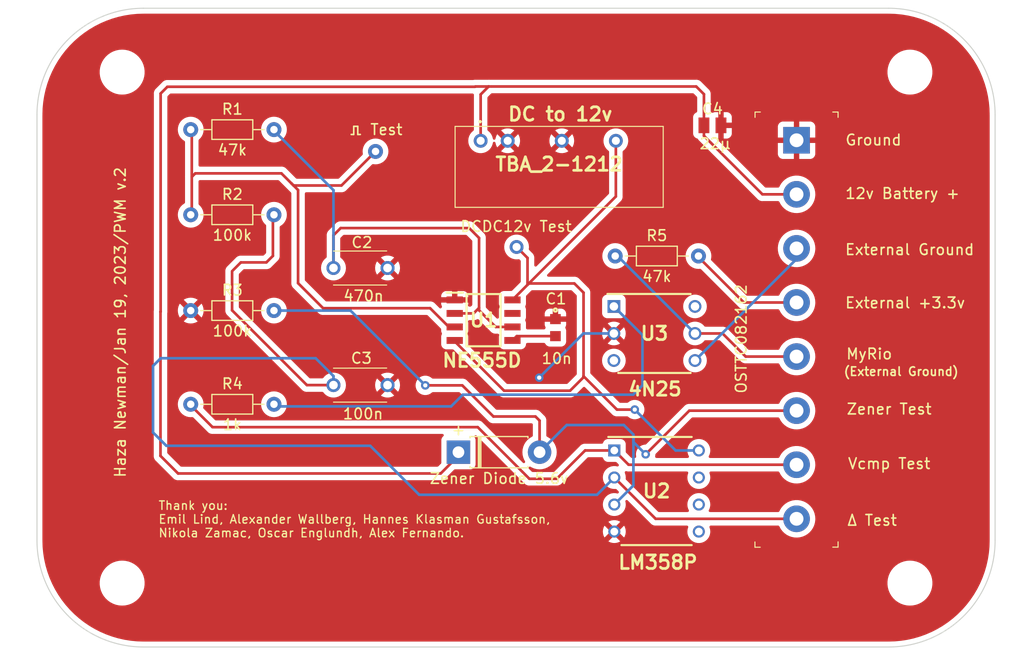
<source format=kicad_pcb>
(kicad_pcb (version 20211014) (generator pcbnew)
  (title_block (date "2023-01-19") (rev "v.2") (comment 4 "Author: Haza Newman"))
  (layers (0 "F.Cu" signal) (31 "B.Cu" signal) (34 "B.Paste" user) (35 "F.Paste" user) (36 "B.SilkS" user "B.Silkscreen") (37 "F.SilkS" user "F.Silkscreen") (38 "B.Mask" user) (39 "F.Mask" user) (44 "Edge.Cuts" user))
  (net 0 "")
  (net 1 "GND")
  (net 2 "Net-(C1-Pad2)")
  (net 3 "Net-(C2-Pad1)")
  (net 4 "VDDF")
  (net 5 "VCC")
  (net 6 "VAA")
  (net 7 "GND2")
  (net 8 "+3.3V")
  (net 9 "VBUS")
  (net 10 "VD")
  (net 11 "Net-(R1-Pad1)")
  (net 12 "Net-(R4-Pad2)")
  (net 13 "VCCQ")
  (footprint "MountingHole:MountingHole_3.2mm_M3" (layer "F.Cu") (at 98 114)
    (fp_text reference "H2" hide)
    (fp_text value "MountingHole" hide)
    (pad "" np_thru_hole circle (at 0 0) (size 3.2 3.2) (drill 3.2) (layers *.Cu *.Mask))
  )
  (footprint "MountingHole:MountingHole_3.2mm_M3" (layer "F.Cu") (at 172 114)
    (fp_text reference "H3" hide)
    (fp_text value "MountingHole" hide)
    (pad "" np_thru_hole circle (at 0 0) (size 3.2 3.2) (drill 3.2) (layers *.Cu *.Mask))
  )
  (footprint "MyResistorPRETTY:R_Axial_DIN0204_L3.6mm_D1.6mm_P7.62mm_Horizontal_But_LONGER_MINE" (layer "F.Cu") (at 104.54 79.4)
    (fp_text reference "R2" (at 3.81 -1.92) (layer "F.SilkS"))
    (fp_text value "100k" (at 3.81 1.92) (layer "F.SilkS"))
    (fp_line (start 5.73 0.92) (end 5.73 -0.92) (layer "F.SilkS") (width 0.12))
    (fp_line (start 5.73 -0.92) (end 1.89 -0.92) (layer "F.SilkS") (width 0.12))
    (fp_line (start 0.84 0) (end 1.79 0) (layer "F.SilkS") (width 0.12))
    (fp_line (start 6.78 0) (end 5.83 0) (layer "F.SilkS") (width 0.12))
    (fp_line (start 1.89 -0.92) (end 1.89 0.92) (layer "F.SilkS") (width 0.12))
    (fp_line (start 1.89 0.92) (end 5.73 0.92) (layer "F.SilkS") (width 0.12))
    (pad "1" thru_hole circle (at -0.1 0) (size 1.4 1.4) (drill 0.7) (layers *.Cu *.Mask) (net 11 "Net-(R1-Pad1)"))
    (pad "2" thru_hole oval (at 7.72 0) (size 1.4 1.4) (drill 0.7) (layers *.Cu *.Mask) (net 4 "VDDF"))
  )
  (footprint "C322C104K5R5TA7301pretty:C322C104K5R5TA7301" (layer "F.Cu") (at 117.85 84.4)
    (fp_text reference "C2" (at 2.675 -2.4) (layer "F.SilkS"))
    (fp_text value "470n" (at 2.825 2.625) (layer "F.SilkS"))
    (fp_line (start 0 1.6) (end 5 1.6) (layer "F.SilkS") (width 0.1))
    (fp_line (start 0 -1.59) (end 5 -1.6) (layer "F.SilkS") (width 0.1))
    (pad "1" thru_hole circle locked (at 0 0) (size 1.316 1.316) (drill 0.81) (layers *.Cu *.Mask) (net 3 "Net-(C2-Pad1)"))
    (pad "2" thru_hole circle locked (at 5.08 0) (size 1.316 1.316) (drill 0.81) (layers *.Cu *.Mask) (net 1 "GND"))
  )
  (footprint "MyResistorPRETTY:R_Axial_DIN0204_L3.6mm_D1.6mm_P7.62mm_Horizontal_But_LONGER_MINE" (layer "F.Cu") (at 104.54 88.4)
    (fp_text reference "R3" (at 3.81 -1.92) (layer "F.SilkS"))
    (fp_text value "100k" (at 3.81 1.92) (layer "F.SilkS"))
    (fp_line (start 6.78 0) (end 5.83 0) (layer "F.SilkS") (width 0.12))
    (fp_line (start 5.73 0.92) (end 5.73 -0.92) (layer "F.SilkS") (width 0.12))
    (fp_line (start 5.73 -0.92) (end 1.89 -0.92) (layer "F.SilkS") (width 0.12))
    (fp_line (start 1.89 0.92) (end 5.73 0.92) (layer "F.SilkS") (width 0.12))
    (fp_line (start 1.89 -0.92) (end 1.89 0.92) (layer "F.SilkS") (width 0.12))
    (fp_line (start 0.84 0) (end 1.79 0) (layer "F.SilkS") (width 0.12))
    (pad "1" thru_hole circle (at -0.1 0) (size 1.4 1.4) (drill 0.7) (layers *.Cu *.Mask) (net 1 "GND"))
    (pad "2" thru_hole oval (at 7.72 0) (size 1.4 1.4) (drill 0.7) (layers *.Cu *.Mask) (net 6 "VAA"))
  )
  (footprint "lm358pretty:DIP794W53P254L959H508Q8N" (layer "F.Cu") (at 148.2 105.35)
    (fp_text reference "U2" (at 0 0) (layer "F.SilkS") (effects (font (size 1.27 1.27) (thickness 0.254))))
    (fp_text value "LM358P" (at 0.125 6.7) (layer "F.SilkS") (effects (font (size 1.27 1.27) (thickness 0.254))))
    (fp_line (start -3.3 5.08) (end 3.3 5.08) (layer "F.SilkS") (width 0.2))
    (fp_line (start -4.535 -5.08) (end 3.3 -5.08) (layer "F.SilkS") (width 0.2))
    (pad "1" thru_hole rect locked (at -3.97 -3.81) (size 1.13 1.13) (drill 0.73) (layers *.Cu *.Mask) (net 10 "VD"))
    (pad "2" thru_hole circle locked (at -3.97 -1.27) (size 1.13 1.13) (drill 0.73) (layers *.Cu *.Mask) (net 4 "VDDF"))
    (pad "3" thru_hole circle locked (at -3.97 1.27) (size 1.13 1.13) (drill 0.73) (layers *.Cu *.Mask) (net 6 "VAA"))
    (pad "4" thru_hole circle locked (at -3.97 3.81) (size 1.13 1.13) (drill 0.73) (layers *.Cu *.Mask) (net 1 "GND"))
    (pad "5" thru_hole circle locked (at 3.97 3.81) (size 1.13 1.13) (drill 0.73) (layers *.Cu *.Mask))
    (pad "6" thru_hole circle locked (at 3.97 1.27) (size 1.13 1.13) (drill 0.73) (layers *.Cu *.Mask))
    (pad "7" thru_hole circle locked (at 3.97 -1.27) (size 1.13 1.13) (drill 0.73) (layers *.Cu *.Mask))
    (pad "8" thru_hole circle locked (at 3.97 -3.81) (size 1.13 1.13) (drill 0.73) (layers *.Cu *.Mask) (net 13 "VCCQ"))
  )
  (footprint "Diode_THT:D_DO-41_SOD81_P7.62mm_Horizontal" (layer "F.Cu") (at 129.59 101.7)
    (fp_text reference "D1" hide)
    (fp_text value "Zener Diode 5.6v" (at 3.81 2.47) (layer "F.SilkS"))
    (fp_text user "+" (at 0 -2.1) (layer "F.SilkS"))
    (fp_line (start 6.53 1.47) (end 6.53 1.34) (layer "F.SilkS") (width 0.12))
    (fp_line (start 1.09 -1.34) (end 1.09 -1.47) (layer "F.SilkS") (width 0.12))
    (fp_line (start 1.99 -1.47) (end 1.99 1.47) (layer "F.SilkS") (width 0.12))
    (fp_line (start 1.09 1.34) (end 1.09 1.47) (layer "F.SilkS") (width 0.12))
    (fp_line (start 1.09 1.47) (end 6.53 1.47) (layer "F.SilkS") (width 0.12))
    (fp_line (start 1.09 -1.47) (end 6.53 -1.47) (layer "F.SilkS") (width 0.12))
    (fp_line (start 6.53 -1.47) (end 6.53 -1.34) (layer "F.SilkS") (width 0.12))
    (fp_line (start 2.11 -1.47) (end 2.11 1.47) (layer "F.SilkS") (width 0.12))
    (fp_line (start 1.87 -1.47) (end 1.87 1.47) (layer "F.SilkS") (width 0.12))
    (pad "1" thru_hole rect (at 0 0) (size 2.2 2.2) (drill 1.1) (layers *.Cu *.Mask) (net 5 "VCC"))
    (pad "2" thru_hole oval (at 7.62 0) (size 2.2 2.2) (drill 1.1) (layers *.Cu *.Mask) (net 6 "VAA"))
  )
  (footprint "MyResistorPRETTY:R_Axial_DIN0204_L3.6mm_D1.6mm_P7.62mm_Horizontal_But_LONGER_MINE" (layer "F.Cu") (at 104.54 97.2)
    (fp_text reference "R4" (at 3.81 -1.92) (layer "F.SilkS"))
    (fp_text value "1k" (at 3.81 1.92) (layer "F.SilkS"))
    (fp_line (start 1.89 -0.92) (end 1.89 0.92) (layer "F.SilkS") (width 0.12))
    (fp_line (start 5.73 0.92) (end 5.73 -0.92) (layer "F.SilkS") (width 0.12))
    (fp_line (start 5.73 -0.92) (end 1.89 -0.92) (layer "F.SilkS") (width 0.12))
    (fp_line (start 1.89 0.92) (end 5.73 0.92) (layer "F.SilkS") (width 0.12))
    (fp_line (start 6.78 0) (end 5.83 0) (layer "F.SilkS") (width 0.12))
    (fp_line (start 0.84 0) (end 1.79 0) (layer "F.SilkS") (width 0.12))
    (pad "1" thru_hole circle (at -0.1 0) (size 1.4 1.4) (drill 0.7) (layers *.Cu *.Mask) (net 10 "VD"))
    (pad "2" thru_hole oval (at 7.72 0) (size 1.4 1.4) (drill 0.7) (layers *.Cu *.Mask) (net 12 "Net-(R4-Pad2)"))
  )
  (footprint "digikey-footprints:Term_Block_1x8_P5.08mm" (layer "F.Cu") (at 161.35 72.4 -90)
    (fp_text reference "J1" hide)
    (fp_text value "OSTTC082162" (at 18.65 5.2 90) (layer "F.SilkS"))
    (fp_line (start 38.23 3.41) (end 38.23 3.91) (layer "F.SilkS") (width 0.1))
    (fp_line (start 38.22 -3.9) (end 37.72 -3.9) (layer "F.SilkS") (width 0.1))
    (fp_line (start -2.65 -3.9) (end -2.65 -3.4) (layer "F.SilkS") (width 0.1))
    (fp_line (start -2.65 3.9) (end -2.15 3.9) (layer "F.SilkS") (width 0.1))
    (fp_line (start -2.65 3.4) (end -2.65 3.9) (layer "F.SilkS") (width 0.1))
    (fp_line (start 38.22 -3.9) (end 38.22 -3.4) (layer "F.SilkS") (width 0.1))
    (fp_line (start 38.23 3.91) (end 37.73 3.91) (layer "F.SilkS") (width 0.1))
    (fp_line (start -2.65 -3.9) (end -2.15 -3.9) (layer "F.SilkS") (width 0.1))
    (pad "1" thru_hole rect locked (at 0 0 270) (size 2.5 2.5) (drill 1.3) (layers *.Cu *.Mask) (net 1 "GND"))
    (pad "2" thru_hole circle locked (at 5.08 0 270) (size 2.5 2.5) (drill 1.3) (layers *.Cu *.Mask) (net 5 "VCC"))
    (pad "3" thru_hole circle locked (at 10.16 0 270) (size 2.5 2.5) (drill 1.3) (layers *.Cu *.Mask) (net 7 "GND2"))
    (pad "4" thru_hole circle locked (at 15.24 0 270) (size 2.5 2.5) (drill 1.3) (layers *.Cu *.Mask) (net 8 "+3.3V"))
    (pad "5" thru_hole circle locked (at 20.32 0 270) (size 2.5 2.5) (drill 1.3) (layers *.Cu *.Mask) (net 9 "VBUS"))
    (pad "6" thru_hole circle locked (at 25.4 0 270) (size 2.5 2.5) (drill 1.3) (layers *.Cu *.Mask) (net 6 "VAA"))
    (pad "7" thru_hole circle locked (at 30.48 0 270) (size 2.5 2.5) (drill 1.3) (layers *.Cu *.Mask) (net 10 "VD"))
    (pad "8" thru_hole circle locked (at 35.56 0 270) (size 2.5 2.5) (drill 1.3) (layers *.Cu *.Mask) (net 4 "VDDF"))
  )
  (footprint "4n25pretty:DIP762W60P254L712H480Q6N" (layer "F.Cu") (at 148 90.55)
    (fp_text reference "U3" (at 0 0) (layer "F.SilkS") (effects (font (size 1.27 1.27) (thickness 0.254))))
    (fp_text value "4N25" (at 0.05 5.225) (layer "F.SilkS") (effects (font (size 1.27 1.27) (thickness 0.254))))
    (fp_line (start -4.41 -3.71) (end 3.4 -3.71) (layer "F.SilkS") (width 0.2))
    (fp_line (start -3.4 3.71) (end 3.4 3.71) (layer "F.SilkS") (width 0.2))
    (pad "1" thru_hole rect locked (at -3.81 -2.54) (size 1.2 1.2) (drill 0.8) (layers *.Cu *.Mask) (net 12 "Net-(R4-Pad2)"))
    (pad "2" thru_hole circle locked (at -3.81 0) (size 1.2 1.2) (drill 0.8) (layers *.Cu *.Mask) (net 1 "GND"))
    (pad "3" thru_hole circle locked (at -3.81 2.54) (size 1.2 1.2) (drill 0.8) (layers *.Cu *.Mask))
    (pad "4" thru_hole circle locked (at 3.81 2.54) (size 1.2 1.2) (drill 0.8) (layers *.Cu *.Mask) (net 7 "GND2"))
    (pad "5" thru_hole circle locked (at 3.81 0) (size 1.2 1.2) (drill 0.8) (layers *.Cu *.Mask) (net 9 "VBUS"))
    (pad "6" thru_hole circle locked (at 3.81 -2.54) (size 1.2 1.2) (drill 0.8) (layers *.Cu *.Mask))
  )
  (footprint "MountingHole:MountingHole_3.2mm_M3" (layer "F.Cu") (at 172 66)
    (fp_text reference "H4" hide)
    (fp_text value "MountingHole" hide)
    (pad "" np_thru_hole circle (at 0 0) (size 3.2 3.2) (drill 3.2) (layers *.Cu *.Mask))
  )
  (footprint "KiCad:C0603" (layer "F.Cu") (at 138.7 90 -90)
    (fp_text reference "C1" (at -2.7 -0.05 180) (layer "F.SilkS"))
    (fp_text value "10n" (at 2.9 -0.125 180) (layer "F.SilkS"))
    (fp_circle (center -1.65 0) (end -1.65 0.05) (layer "F.SilkS") (width 0.2) (fill none))
    (pad "1" smd rect locked (at -0.8 0 270) (size 0.95 1) (layers "F.Cu" "F.Paste" "F.Mask") (net 1 "GND"))
    (pad "2" smd rect locked (at 0.8 0 270) (size 0.95 1) (layers "F.Cu" "F.Paste" "F.Mask") (net 2 "Net-(C1-Pad2)"))
  )
  (footprint "tba21212pretty:TBA22412" (layer "F.Cu") (at 131.675 72.45)
    (fp_text reference "TBA_2-1212" (at 7.375 2.2) (layer "F.SilkS") (effects (font (size 1.27 1.27) (thickness 0.254))))
    (fp_text value "DC to 12v" (at 7.475 -2.5) (layer "F.SilkS") (effects (font (size 1.27 1.27) (thickness 0.254))))
    (fp_line (start -2.4 6.25) (end 17.15 6.25) (layer "F.SilkS") (width 0.1))
    (fp_line (start 0 -1.8) (end 0 -1.8) (layer "F.SilkS") (width 0.2))
    (fp_line (start -0.1 -1.8) (end -0.1 -1.8) (layer "F.SilkS") (width 0.2))
    (fp_line (start 17.15 6.25) (end 17.15 -1.35) (layer "F.SilkS") (width 0.1))
    (fp_line (start -2.4 -1.35) (end -2.4 6.25) (layer "F.SilkS") (width 0.1))
    (fp_line (start 17.15 -1.35) (end -2.4 -1.35) (layer "F.SilkS") (width 0.1))
    (fp_line (start -0.1 -1.8) (end -0.1 -1.8) (layer "F.SilkS") (width 0.2))
    (fp_arc (start 0 -1.8) (mid -0.05 -1.75) (end -0.1 -1.8) (layer "F.SilkS") (width 0.2))
    (fp_arc (start 0 -1.8) (mid -0.05 -1.75) (end -0.1 -1.8) (layer "F.SilkS") (width 0.2))
    (fp_arc (start -0.1 -1.8) (mid -0.05 -1.85) (end 0 -1.8) (layer "F.SilkS") (width 0.2))
    (pad "1" thru_hole circle locked (at 0 0) (size 1.303 1.303) (drill 0.76) (layers *.Cu *.Mask) (net 5 "VCC"))
    (pad "2" thru_hole circle locked (at 2.54 0) (size 1.303 1.303) (drill 0.76) (layers *.Cu *.Mask) (net 1 "GND"))
    (pad "4" thru_hole circle locked (at 7.62 0) (size 1.303 1.303) (drill 0.76) (layers *.Cu *.Mask) (net 1 "GND"))
    (pad "6" thru_hole circle locked (at 12.7 0) (size 1.303 1.303) (drill 0.76) (layers *.Cu *.Mask) (net 13 "VCCQ"))
  )
  (footprint "" (layer "F.Cu") (at 135.05 82.425)
    (fp_text reference "" (at 0 0) (layer "F.SilkS") (effects (font (size 1.27 1.27))))
    (fp_text value "" (at 0 0) (layer "F.SilkS") (effects (font (size 1.27 1.27))))
    (pad "6" thru_hole circle locked (at 0 0) (size 1.303 1.303) (drill 0.76) (layers F&B.Cu *.Mask) (net 13 "VCCQ"))
  )
  (footprint "" (layer "F.Cu") (at 121.8 73.45)
    (fp_text reference "" (at 0 0) (layer "F.SilkS") (effects (font (size 1.27 1.27))))
    (fp_text value "" (at 0 0) (layer "F.SilkS") (effects (font (size 1.27 1.27))))
    (pad "1" thru_hole circle (at 0 0) (size 1.4 1.4) (drill 0.7) (layers F&B.Cu *.Mask) (net 11 "Net-(R1-Pad1)"))
  )
  (footprint "MyResistorPRETTY:R_Axial_DIN0204_L3.6mm_D1.6mm_P7.62mm_Horizontal_But_LONGER_MINE" (layer "F.Cu") (at 144.415 83.275)
    (fp_text reference "R5" (at 3.81 -1.92) (layer "F.SilkS"))
    (fp_text value "47k" (at 3.81 1.92) (layer "F.SilkS"))
    (fp_line (start 6.78 0) (end 5.83 0) (layer "F.SilkS") (width 0.12))
    (fp_line (start 1.89 -0.92) (end 1.89 0.92) (layer "F.SilkS") (width 0.12))
    (fp_line (start 1.89 0.92) (end 5.73 0.92) (layer "F.SilkS") (width 0.12))
    (fp_line (start 0.84 0) (end 1.79 0) (layer "F.SilkS") (width 0.12))
    (fp_line (start 5.73 0.92) (end 5.73 -0.92) (layer "F.SilkS") (width 0.12))
    (fp_line (start 5.73 -0.92) (end 1.89 -0.92) (layer "F.SilkS") (width 0.12))
    (pad "1" thru_hole circle (at -0.1 0) (size 1.4 1.4) (drill 0.7) (layers *.Cu *.Mask) (net 9 "VBUS"))
    (pad "2" thru_hole oval (at 7.72 0) (size 1.4 1.4) (drill 0.7) (layers *.Cu *.Mask) (net 8 "+3.3V"))
  )
  (footprint "MountingHole:MountingHole_3.2mm_M3" (layer "F.Cu") (at 98 66)
    (fp_text reference "H1" hide)
    (fp_text value "MountingHole" hide)
    (pad "" np_thru_hole circle (at 0 0) (size 3.2 3.2) (drill 3.2) (layers *.Cu *.Mask))
  )
  (footprint "ne555d:SOIC127P600X175-8N" (layer "F.Cu") (at 131.95 89.3)
    (fp_text reference "U1" (at 0 0) (layer "F.SilkS") (effects (font (size 1.27 1.27) (thickness 0.254))))
    (fp_text value "NE555D" (at -0.15 3.775) (layer "F.SilkS") (effects (font (size 1.27 1.27) (thickness 0.254))))
    (fp_line (start -3.475 -2.58) (end -1.948 -2.58) (layer "F.SilkS") (width 0.2))
    (fp_line (start -1.598 2.452) (end -1.598 -2.452) (layer "F.SilkS") (width 0.2))
    (fp_line (start 1.598 2.452) (end -1.598 2.452) (layer "F.SilkS") (width 0.2))
    (fp_line (start 1.598 -2.452) (end 1.598 2.452) (layer "F.SilkS") (width 0.2))
    (fp_line (start -1.598 -2.452) (end 1.598 -2.452) (layer "F.SilkS") (width 0.2))
    (pad "1" smd rect locked (at -2.711 -1.905 90) (size 0.65 1.528) (layers "F.Cu" "F.Paste" "F.Mask") (net 1 "GND"))
    (pad "2" smd rect locked (at -2.711 -0.635 90) (size 0.65 1.528) (layers "F.Cu" "F.Paste" "F.Mask") (net 3 "Net-(C2-Pad1)"))
    (pad "3" smd rect locked (at -2.711 0.635 90) (size 0.65 1.528) (layers "F.Cu" "F.Paste" "F.Mask") (net 11 "Net-(R1-Pad1)"))
    (pad "4" smd rect locked (at -2.711 1.905 90) (size 0.65 1.528) (layers "F.Cu" "F.Paste" "F.Mask") (net 13 "VCCQ"))
    (pad "5" smd rect locked (at 2.711 1.905 90) (size 0.65 1.528) (layers "F.Cu" "F.Paste" "F.Mask") (net 2 "Net-(C1-Pad2)"))
    (pad "6" smd rect locked (at 2.711 0.635 90) (size 0.65 1.528) (layers "F.Cu" "F.Paste" "F.Mask") (net 3 "Net-(C2-Pad1)"))
    (pad "7" smd rect locked (at 2.711 -0.635 90) (size 0.65 1.528) (layers "F.Cu" "F.Paste" "F.Mask"))
    (pad "8" smd rect locked (at 2.711 -1.905 90) (size 0.65 1.528) (layers "F.Cu" "F.Paste" "F.Mask") (net 13 "VCCQ"))
  )
  (footprint "MyResistorPRETTY:R_Axial_DIN0204_L3.6mm_D1.6mm_P7.62mm_Horizontal_But_LONGER_MINE" (layer "F.Cu") (at 104.54 71.4)
    (fp_text reference "R1" (at 3.81 -1.92) (layer "F.SilkS"))
    (fp_text value "47k" (at 3.81 1.92) (layer "F.SilkS"))
    (fp_line (start 5.73 -0.92) (end 1.89 -0.92) (layer "F.SilkS") (width 0.12))
    (fp_line (start 5.73 0.92) (end 5.73 -0.92) (layer "F.SilkS") (width 0.12))
    (fp_line (start 6.78 0) (end 5.83 0) (layer "F.SilkS") (width 0.12))
    (fp_line (start 1.89 0.92) (end 5.73 0.92) (layer "F.SilkS") (width 0.12))
    (fp_line (start 1.89 -0.92) (end 1.89 0.92) (layer "F.SilkS") (width 0.12))
    (fp_line (start 0.84 0) (end 1.79 0) (layer "F.SilkS") (width 0.12))
    (pad "1" thru_hole circle (at -0.1 0) (size 1.4 1.4) (drill 0.7) (layers *.Cu *.Mask) (net 11 "Net-(R1-Pad1)"))
    (pad "2" thru_hole oval (at 7.72 0) (size 1.4 1.4) (drill 0.7) (layers *.Cu *.Mask) (net 3 "Net-(C2-Pad1)"))
  )
  (footprint "C0805C226M8PAC7800pretty:CAPC2012X145N" (layer "F.Cu") (at 153.45 71)
    (fp_text reference "C4" (at 0 -1.55) (layer "F.SilkS"))
    (fp_text value "22u" hide)
    (pad "1" smd rect locked (at -0.8 0) (size 1.02 1.47) (layers "F.Cu" "F.Paste" "F.Mask") (net 5 "VCC"))
    (pad "2" smd rect locked (at 0.8 0) (size 1.02 1.47) (layers "F.Cu" "F.Paste" "F.Mask") (net 1 "GND"))
  )
  (footprint "C322C104K5R5TA7301pretty:C322C104K5R5TA7301" (layer "F.Cu") (at 117.85 95.4)
    (fp_text reference "C3" (at 2.625 -2.525) (layer "F.SilkS"))
    (fp_text value "100n" (at 2.775 2.7) (layer "F.SilkS"))
    (fp_line (start 0 1.6) (end 5 1.6) (layer "F.SilkS") (width 0.1))
    (fp_line (start 0 -1.59) (end 5 -1.6) (layer "F.SilkS") (width 0.1))
    (pad "1" thru_hole circle locked (at 0 0) (size 1.316 1.316) (drill 0.81) (layers *.Cu *.Mask) (net 4 "VDDF"))
    (pad "2" thru_hole circle locked (at 5.08 0) (size 1.316 1.316) (drill 0.81) (layers *.Cu *.Mask) (net 1 "GND"))
  )
  (gr_arc (start 90 70) (mid 92.928932 62.928932) (end 100 60) (layer "Edge.Cuts") (width 0.1))
  (gr_arc (start 100 120) (mid 92.928932 117.071068) (end 90 110) (layer "Edge.Cuts") (width 0.1))
  (gr_line (start 170 120) (end 100 120) (layer "Edge.Cuts") (width 0.1))
  (gr_line (start 90 70) (end 90 110) (layer "Edge.Cuts") (width 0.1))
  (gr_line (start 180 70) (end 180 110) (layer "Edge.Cuts") (width 0.1))
  (gr_line (start 100 60) (end 170 60) (layer "Edge.Cuts") (width 0.1))
  (gr_arc (start 170 60) (mid 177.071068 62.928932) (end 180 70) (layer "Edge.Cuts") (width 0.1))
  (gr_arc (start 180 110) (mid 177.071068 117.071068) (end 170 120) (layer "Edge.Cuts") (width 0.1))
  (gr_text "Ground\n" (at 168.575 72.375) (layer "F.SilkS") (effects (font (size 1 1))))
  (gr_text "External Ground\n" (at 171.975 82.675) (layer "F.SilkS") (effects (font (size 1 1))))
  (gr_text "12v Battery +\n" (at 171.3 77.4) (layer "F.SilkS") (effects (font (size 1 1))))
  (gr_text "Vcmp Test\n" (at 170.05 102.775) (layer "F.SilkS") (effects (font (size 1 1))))
  (gr_text "(External Ground)" (at 171.175 94.125) (layer "F.SilkS") (effects (font (size 0.8 0.8))))
  (gr_text "External +3.3v\n" (at 171.55 87.675) (layer "F.SilkS") (effects (font (size 1 1))))
  (gr_text "Haza Newman/Jan 19, 2023/PWM v.2" (at 97.825 89.5 90) (layer "F.SilkS") (effects (font (size 1 1))))
  (gr_text "22µ\n" (at 153.725 72.725) (layer "F.SilkS") (effects (font (size 1 1))))
  (gr_text "⎍ Test" (at 121.825 71.4) (layer "F.SilkS") (effects (font (size 1 1))))
  (gr_text "DCDC12v Test" (at 135 80.5) (layer "F.SilkS") (effects (font (size 1 1))))
  (gr_text " Δ Test\n" (at 168.075 108.1) (layer "F.SilkS") (effects (font (size 1 1))))
  (gr_text "MyRio\n" (at 168.175 92.475) (layer "F.SilkS") (effects (font (size 1 1))))
  (gr_text "Zener Test\n" (at 170.05 97.65) (layer "F.SilkS") (effects (font (size 1 1))))
  (gr_text "Thank you:\nEmil Lind, Alexander Wallberg, Hannes Klasman Gustafsson, \nNikola Zamac, Oscar Englundh, Alex Fernando.\n" (at 101.35 108) (layer "F.SilkS") (effects (font (size 0.8 0.8) (thickness 0.12)) (justify left)))
  (segment (start 138.7 89.2) (end 138.7 88.475) (width 0.25) (layer "F.Cu") (net 1))
  (via (at 137.175 94.7) (size 0.8) (drill 0.4) (layers "F.Cu" "B.Cu") (net 1))
  (segment (start 141.325 90.55) (end 137.175 94.7) (width 0.25) (layer "B.Cu") (net 1))
  (segment (start 144.19 90.55) (end 141.325 90.55) (width 0.25) (layer "B.Cu") (net 1))
  (segment (start 138.7 90.8) (end 135.066 90.8) (width 0.25) (layer "F.Cu") (net 2))
  (segment (start 135.066 90.8) (end 134.661 91.205) (width 0.25) (layer "F.Cu") (net 2))
  (segment (start 118.525 80.65) (end 117.85 81.325) (width 0.25) (layer "F.Cu") (net 3))
  (segment (start 131.525 81.575) (end 130.6 80.65) (width 0.25) (layer "F.Cu") (net 3))
  (segment (start 131.525 88.375) (end 131.525 88.15) (width 0.25) (layer "F.Cu") (net 3))
  (segment (start 117.85 81.325) (end 117.85 84.4) (width 0.25) (layer "F.Cu") (net 3))
  (segment (start 130.6 80.65) (end 118.525 80.65) (width 0.25) (layer "F.Cu") (net 3))
  (segment (start 133.085 89.935) (end 131.525 88.375) (width 0.25) (layer "F.Cu") (net 3))
  (segment (start 129.239 88.665) (end 131.01 88.665) (width 0.25) (layer "F.Cu") (net 3))
  (segment (start 131.525 88.15) (end 131.525 81.575) (width 0.25) (layer "F.Cu") (net 3))
  (segment (start 131.01 88.665) (end 131.525 88.15) (width 0.25) (layer "F.Cu") (net 3))
  (segment (start 134.661 89.935) (end 133.085 89.935) (width 0.25) (layer "F.Cu") (net 3))
  (segment (start 117.85 77.09) (end 112.16 71.4) (width 0.25) (layer "B.Cu") (net 3))
  (segment (start 117.85 84.4) (end 117.85 77.09) (width 0.25) (layer "B.Cu") (net 3))
  (segment (start 161.35 107.96) (end 148.11 107.96) (width 0.25) (layer "F.Cu") (net 4))
  (segment (start 115.35 95.4) (end 108.325 88.375) (width 0.25) (layer "F.Cu") (net 4))
  (segment (start 117.85 95.4) (end 115.35 95.4) (width 0.25) (layer "F.Cu") (net 4))
  (segment (start 109.15 83.875) (end 111.545 83.875) (width 0.25) (layer "F.Cu") (net 4))
  (segment (start 108.325 88.375) (end 108.325 84.7) (width 0.25) (layer "F.Cu") (net 4))
  (segment (start 148.11 107.96) (end 144.23 104.08) (width 0.25) (layer "F.Cu") (net 4))
  (segment (start 112.16 83.26) (end 112.16 79.4) (width 0.25) (layer "F.Cu") (net 4))
  (segment (start 111.545 83.875) (end 112.16 83.26) (width 0.25) (layer "F.Cu") (net 4))
  (segment (start 108.4 84.625) (end 109.15 83.875) (width 0.25) (layer "F.Cu") (net 4))
  (segment (start 121.3 101.1) (end 125.9 105.7) (width 0.25) (layer "B.Cu") (net 4))
  (segment (start 101.625 92.875) (end 100.9 93.6) (width 0.25) (layer "B.Cu") (net 4))
  (segment (start 100.9 93.6) (end 100.9 99.85) (width 0.25) (layer "B.Cu") (net 4))
  (segment (start 100.9 99.85) (end 102.15 101.1) (width 0.25) (layer "B.Cu") (net 4))
  (segment (start 142.61 105.7) (end 144.23 104.08) (width 0.25) (layer "B.Cu") (net 4))
  (segment (start 117.85 95.4) (end 117.85 94.55) (width 0.25) (layer "B.Cu") (net 4))
  (segment (start 125.9 105.7) (end 142.61 105.7) (width 0.25) (layer "B.Cu") (net 4))
  (segment (start 117.85 94.55) (end 116.175 92.875) (width 0.25) (layer "B.Cu") (net 4))
  (segment (start 116.175 92.875) (end 101.625 92.875) (width 0.25) (layer "B.Cu") (net 4))
  (segment (start 102.15 101.1) (end 121.3 101.1) (width 0.25) (layer "B.Cu") (net 4))
  (segment (start 161.35 77.48) (end 158.145 77.48) (width 0.25) (layer "F.Cu") (net 5))
  (segment (start 152.65 71) (end 152.65 68.075) (width 0.25) (layer "F.Cu") (net 5))
  (segment (start 131.675 68.1) (end 132.425 67.35) (width 0.25) (layer "F.Cu") (net 5))
  (segment (start 101.6125 68.0125) (end 101.6125 88.497931) (width 0.25) (layer "F.Cu") (net 5))
  (segment (start 101.6 102.05) (end 103.25 103.7) (width 0.25) (layer "F.Cu") (net 5))
  (segment (start 131.15 67.375) (end 102.25 67.375) (width 0.25) (layer "F.Cu") (net 5))
  (segment (start 152.65 71.985) (end 152.65 71) (width 0.25) (layer "F.Cu") (net 5))
  (segment (start 158.145 77.48) (end 152.65 71.985) (width 0.25) (layer "F.Cu") (net 5))
  (segment (start 151.925 67.35) (end 132.425 67.35) (width 0.25) (layer "F.Cu") (net 5))
  (segment (start 132.425 67.35) (end 131.175 67.35) (width 0.25) (layer "F.Cu") (net 5))
  (segment (start 101.6125 88.497931) (end 101.6 88.510431) (width 0.25) (layer "F.Cu") (net 5))
  (segment (start 152.65 68.075) (end 151.925 67.35) (width 0.25) (layer "F.Cu") (net 5))
  (segment (start 101.6 88.510431) (end 101.6 102.05) (width 0.25) (layer "F.Cu") (net 5))
  (segment (start 103.25 103.7) (end 127.925 103.7) (width 0.25) (layer "F.Cu") (net 5))
  (segment (start 127.925 103.7) (end 129.59 102.035) (width 0.25) (layer "F.Cu") (net 5))
  (segment (start 129.59 102.035) (end 129.59 101.7) (width 0.25) (layer "F.Cu") (net 5))
  (segment (start 102.25 67.375) (end 101.6125 68.0125) (width 0.25) (layer "F.Cu") (net 5))
  (segment (start 131.675 72.45) (end 131.675 68.1) (width 0.25) (layer "F.Cu") (net 5))
  (segment (start 137.21 98.735) (end 137.21 101.7) (width 0.25) (layer "F.Cu") (net 6))
  (segment (start 136.825 98.35) (end 137.21 98.735) (width 0.25) (layer "F.Cu") (net 6))
  (segment (start 151.275 97.8) (end 147.175 101.9) (width 0.25) (layer "F.Cu") (net 6))
  (segment (start 132.875 98.35) (end 136.825 98.35) (width 0.25) (layer "F.Cu") (net 6))
  (segment (start 129.95 95.425) (end 132.875 98.35) (width 0.25) (layer "F.Cu") (net 6))
  (segment (start 161.35 97.8) (end 151.275 97.8) (width 0.25) (layer "F.Cu") (net 6))
  (segment (start 126.475 95.425) (end 129.95 95.425) (width 0.25) (layer "F.Cu") (net 6))
  (via (at 147.175 101.9) (size 0.8) (drill 0.4) (layers "F.Cu" "B.Cu") (net 6))
  (via (at 126.475 95.425) (size 0.8) (drill 0.4) (layers "F.Cu" "B.Cu") (net 6))
  (segment (start 146.025 100.425) (end 146.025 100.05) (width 0.25) (layer "B.Cu") (net 6))
  (segment (start 146.025 100.05) (end 145.125 99.15) (width 0.25) (layer "B.Cu") (net 6))
  (segment (start 144.23 106.62) (end 146.025 104.825) (width 0.25) (layer "B.Cu") (net 6))
  (segment (start 147.175 101.9) (end 146.025 100.75) (width 0.25) (layer "B.Cu") (net 6))
  (segment (start 146.025 100.75) (end 146.025 100.425) (width 0.25) (layer "B.Cu") (net 6))
  (segment (start 112.16 88.4) (end 119.45 88.4) (width 0.25) (layer "B.Cu") (net 6))
  (segment (start 146.025 104.825) (end 146.025 100.425) (width 0.25) (layer "B.Cu") (net 6))
  (segment (start 145.125 99.15) (end 139.76 99.15) (width 0.25) (layer "B.Cu") (net 6))
  (segment (start 139.76 99.15) (end 137.21 101.7) (width 0.25) (layer "B.Cu") (net 6))
  (segment (start 119.45 88.4) (end 126.475 95.425) (width 0.25) (layer "B.Cu") (net 6))
  (segment (start 161.35 83.55) (end 161.35 82.56) (width 0.25) (layer "B.Cu") (net 7))
  (segment (start 151.81 93.09) (end 161.35 83.55) (width 0.25) (layer "B.Cu") (net 7))
  (segment (start 161.35 87.64) (end 156.4 87.64) (width 0.25) (layer "F.Cu") (net 8))
  (segment (start 156.4 87.64) (end 152.035 83.275) (width 0.25) (layer "F.Cu") (net 8))
  (segment (start 156.57 92.72) (end 154.4 90.55) (width 0.25) (layer "F.Cu") (net 9))
  (segment (start 154.4 90.55) (end 151.81 90.55) (width 0.25) (layer "F.Cu") (net 9))
  (segment (start 161.35 92.72) (end 156.57 92.72) (width 0.25) (layer "F.Cu") (net 9))
  (segment (start 151.81 90.55) (end 144.535 83.275) (width 0.25) (layer "B.Cu") (net 9))
  (segment (start 144.535 83.275) (end 144.415 83.275) (width 0.25) (layer "B.Cu") (net 9))
  (segment (start 104.54 97.4) (end 106.49 99.35) (width 0.25) (layer "F.Cu") (net 10))
  (segment (start 136.25 104.2) (end 138.825 104.2) (width 0.25) (layer "F.Cu") (net 10))
  (segment (start 141.485 101.54) (end 144.23 101.54) (width 0.25) (layer "F.Cu") (net 10))
  (segment (start 138.825 104.2) (end 141.485 101.54) (width 0.25) (layer "F.Cu") (net 10))
  (segment (start 106.49 99.35) (end 131.4 99.35) (width 0.25) (layer "F.Cu") (net 10))
  (segment (start 131.4 99.35) (end 136.25 104.2) (width 0.25) (layer "F.Cu") (net 10))
  (segment (start 145.57 102.88) (end 144.23 101.54) (width 0.25) (layer "F.Cu") (net 10))
  (segment (start 161.35 102.88) (end 145.57 102.88) (width 0.25) (layer "F.Cu") (net 10))
  (segment (start 116.875 88.175) (end 114.525 85.825) (width 0.25) (layer "F.Cu") (net 11))
  (segment (start 113.9125 76.4625) (end 112.96 75.51) (width 0.25) (layer "F.Cu") (net 11))
  (segment (start 126.925 88.175) (end 116.875 88.175) (width 0.25) (layer "F.Cu") (net 11))
  (segment (start 128.685 89.935) (end 126.925 88.175) (width 0.25) (layer "F.Cu") (net 11))
  (segment (start 114.1 76.65) (end 113.9125 76.4625) (width 0.25) (layer "F.Cu") (net 11))
  (segment (start 114.525 85.825) (end 114.525 77.075) (width 0.25) (layer "F.Cu") (net 11))
  (segment (start 104.87 75.51) (end 104.54 75.84) (width 0.25) (layer "F.Cu") (net 11))
  (segment (start 114.525 77.075) (end 113.9125 76.4625) (width 0.25) (layer "F.Cu") (net 11))
  (segment (start 104.54 75.84) (end 104.54 79.4) (width 0.25) (layer "F.Cu") (net 11))
  (segment (start 104.54 75.51) (end 104.54 75.84) (width 0.25) (layer "F.Cu") (net 11))
  (segment (start 112.96 75.51) (end 104.87 75.51) (width 0.25) (layer "F.Cu") (net 11))
  (segment (start 114.1 76.65) (end 118.6 76.65) (width 0.25) (layer "F.Cu") (net 11))
  (segment (start 118.6 76.65) (end 121.8 73.45) (width 0.25) (layer "F.Cu") (net 11))
  (segment (start 129.239 89.935) (end 128.685 89.935) (width 0.25) (layer "F.Cu") (net 11))
  (segment (start 104.54 71.4) (end 104.54 75.51) (width 0.25) (layer "F.Cu") (net 11))
  (segment (start 128.9 97.4) (end 130 96.3) (width 0.25) (layer "B.Cu") (net 12))
  (segment (start 130 96.3) (end 146 96.3) (width 0.25) (layer "B.Cu") (net 12))
  (segment (start 146 96.3) (end 146.875 95.425) (width 0.25) (layer "B.Cu") (net 12))
  (segment (start 112.16 97.4) (end 128.9 97.4) (width 0.25) (layer "B.Cu") (net 12))
  (segment (start 146.875 95.425) (end 146.875 90.695) (width 0.25) (layer "B.Cu") (net 12))
  (segment (start 146.875 90.695) (end 144.19 88.01) (width 0.25) (layer "B.Cu") (net 12))
  (segment (start 144.475 97.7) (end 141.34 94.565) (width 0.25) (layer "F.Cu") (net 13))
  (segment (start 141.34 94.66) (end 141.34 94.565) (width 0.25) (layer "F.Cu") (net 13))
  (segment (start 136.203 85.853) (end 136.078 85.978) (width 0.25) (layer "F.Cu") (net 13))
  (segment (start 144.375 77.681) (end 136.203 85.853) (width 0.25) (layer "F.Cu") (net 13))
  (segment (start 136.078 85.978) (end 134.661 87.395) (width 0.25) (layer "F.Cu") (net 13))
  (segment (start 141.34 86.715) (end 140.478 85.853) (width 0.25) (layer "F.Cu") (net 13))
  (segment (start 140.478 85.853) (end 136.203 85.853) (width 0.25) (layer "F.Cu") (net 13))
  (segment (start 141.34 94.565) (end 141.34 86.715) (width 0.25) (layer "F.Cu") (net 13))
  (segment (start 129.239 91.289) (end 133.875 95.925) (width 0.25) (layer "F.Cu") (net 13))
  (segment (start 136.078 83.453) (end 136.078 85.978) (width 0.25) (layer "F.Cu") (net 13))
  (segment (start 144.375 72.45) (end 144.375 77.681) (width 0.25) (layer "F.Cu") (net 13))
  (segment (start 135.05 82.425) (end 136.078 83.453) (width 0.25) (layer "F.Cu") (net 13))
  (segment (start 129.239 91.205) (end 129.239 91.289) (width 0.25) (layer "F.Cu") (net 13))
  (segment (start 146.15 97.7) (end 144.475 97.7) (width 0.25) (layer "F.Cu") (net 13))
  (segment (start 140.075 95.925) (end 141.34 94.66) (width 0.25) (layer "F.Cu") (net 13))
  (segment (start 133.875 95.925) (end 140.075 95.925) (width 0.25) (layer "F.Cu") (net 13))
  (via (at 146.15 97.7) (size 0.8) (drill 0.4) (layers "F.Cu" "B.Cu") (net 13))
  (segment (start 152.17 101.54) (end 149.99 101.54) (width 0.25) (layer "B.Cu") (net 13))
  (segment (start 149.99 101.54) (end 146.15 97.7) (width 0.25) (layer "B.Cu") (net 13))
  (zone (net 1) (net_name "GND") (layer "F.Cu") (connect_pads (clearance 0.508)) (min_thickness 0.254) (fill yes (thermal_gap 0.508) (thermal_bridge_width 0.508))
    (polygon (pts (xy 182.35 59.425) (xy 182.725 120.925) (xy 86.8 120.85) (xy 86.525 59.225)))
  )
)
</source>
